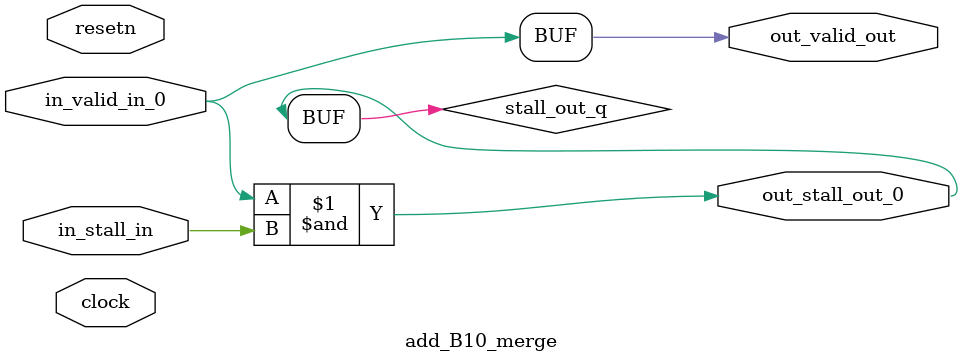
<source format=sv>



(* altera_attribute = "-name AUTO_SHIFT_REGISTER_RECOGNITION OFF; -name MESSAGE_DISABLE 10036; -name MESSAGE_DISABLE 10037; -name MESSAGE_DISABLE 14130; -name MESSAGE_DISABLE 14320; -name MESSAGE_DISABLE 15400; -name MESSAGE_DISABLE 14130; -name MESSAGE_DISABLE 10036; -name MESSAGE_DISABLE 12020; -name MESSAGE_DISABLE 12030; -name MESSAGE_DISABLE 12010; -name MESSAGE_DISABLE 12110; -name MESSAGE_DISABLE 14320; -name MESSAGE_DISABLE 13410; -name MESSAGE_DISABLE 113007; -name MESSAGE_DISABLE 10958" *)
module add_B10_merge (
    input wire [0:0] in_stall_in,
    input wire [0:0] in_valid_in_0,
    output wire [0:0] out_stall_out_0,
    output wire [0:0] out_valid_out,
    input wire clock,
    input wire resetn
    );

    wire [0:0] stall_out_q;


    // stall_out(LOGICAL,6)
    assign stall_out_q = in_valid_in_0 & in_stall_in;

    // out_stall_out_0(GPOUT,4)
    assign out_stall_out_0 = stall_out_q;

    // out_valid_out(GPOUT,5)
    assign out_valid_out = in_valid_in_0;

endmodule

</source>
